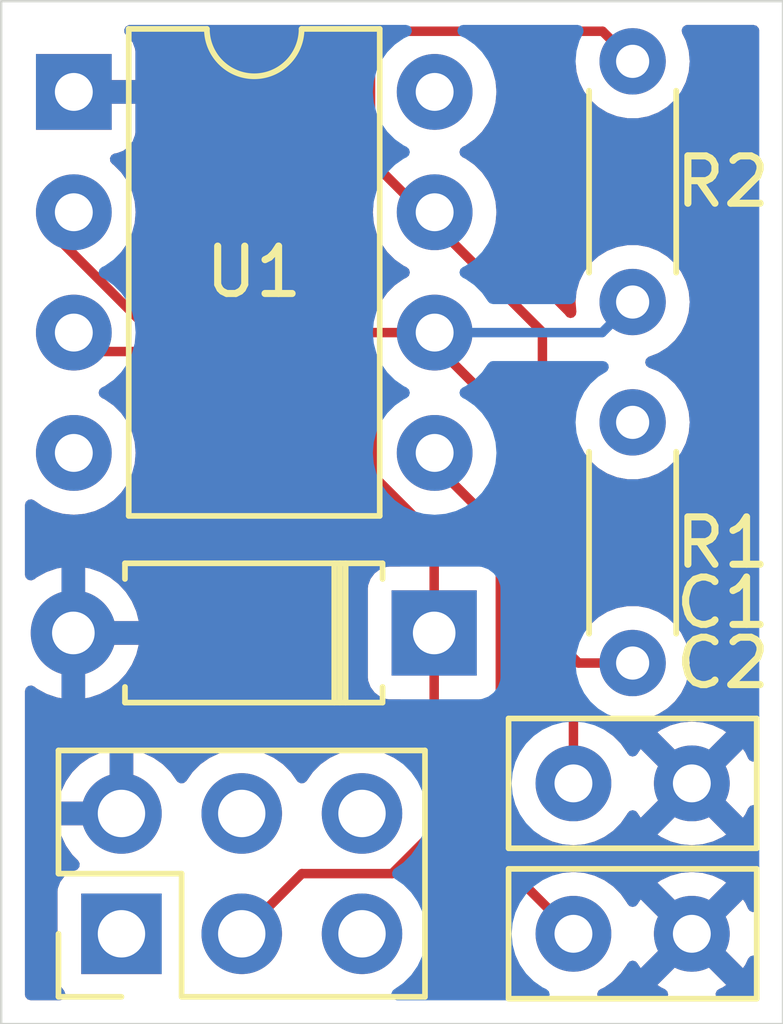
<source format=kicad_pcb>
(kicad_pcb (version 20240108) (generator "pcbnew") (generator_version "8.0")
  (layers (0 "F.Cu" signal) (1 "In1.Cu" signal) (2 "In2.Cu" signal) (3 "In3.Cu" signal) (4 "In4.Cu" signal) (31 "B.Cu" signal) (34 "B.Paste" user) (35 "F.Paste" user) (36 "B.SilkS" user "B.Silkscreen") (37 "F.SilkS" user "F.Silkscreen") (38 "B.Mask" user) (39 "F.Mask" user) (44 "Edge.Cuts" user))
  (net 0 "")
  (net 4 "CNTR_CLK")
  (net 5 "GND")
  (net 6 "+5V")
  (net 7 "Net-(U1-THR)")
  (net 8 "Net-(U1-CV)")
  (net 9 "Net-(U1-DIS)")
  (footprint "Resistor_THT:R_Axial_DIN0204_L3.6mm_D1.6mm_P5.08mm_Horizontal" (layer "F.Cu") (at 140.335 42.545 -90)
    (property "Reference" "R2" (at 2.54 -1.905 180) (layer "F.SilkS"))
    (property "Value" "R")
    (fp_line (start 0.62 0.92) (end 4.46 0.92) (stroke (width 0.12)) (layer "F.SilkS"))
    (fp_line (start 0.62 -0.92) (end 4.46 -0.92) (stroke (width 0.12)) (layer "F.SilkS"))
    (pad "1" thru_hole circle (at 0 0 270) (size 1.4 1.4) (drill 0.7) (layers "*.Cu" "*.Mask") (net 9 "Net-(U1-DIS)"))
    (pad "2" thru_hole oval (at 5.08 0 270) (size 1.4 1.4) (drill 0.7) (layers "*.Cu" "*.Mask") (net 7 "Net-(U1-THR)"))
  )
  (footprint "Diode_THT:D_A-405_P7.62mm_Horizontal" (layer "F.Cu") (at 136.144 54.61 180)
    (property "Reference" "D1" (hide yes))
    (property "Value" "D_Zener" (hide yes))
    (fp_line (start 6.53 1.47) (end 6.53 1.14) (stroke (width 0.12)) (layer "F.SilkS"))
    (fp_line (start 6.53 -1.47) (end 6.53 -1.14) (stroke (width 0.12)) (layer "F.SilkS"))
    (fp_line (start 2.11 -1.47) (end 2.11 1.47) (stroke (width 0.12)) (layer "F.SilkS"))
    (fp_line (start 1.99 -1.47) (end 1.99 1.47) (stroke (width 0.12)) (layer "F.SilkS"))
    (fp_line (start 1.87 -1.47) (end 1.87 1.47) (stroke (width 0.12)) (layer "F.SilkS"))
    (fp_line (start 1.09 1.47) (end 6.53 1.47) (stroke (width 0.12)) (layer "F.SilkS"))
    (fp_line (start 1.09 1.14) (end 1.09 1.47) (stroke (width 0.12)) (layer "F.SilkS"))
    (fp_line (start 1.09 -1.14) (end 1.09 -1.47) (stroke (width 0.12)) (layer "F.SilkS"))
    (fp_line (start 1.09 -1.47) (end 6.53 -1.47) (stroke (width 0.12)) (layer "F.SilkS"))
    (pad "1" thru_hole rect (at 0 0 180) (size 1.8 1.8) (drill 0.9) (layers "*.Cu" "*.Mask") (net 4 "CNTR_CLK"))
    (pad "2" thru_hole oval (at 7.62 0 180) (size 1.8 1.8) (drill 0.9) (layers "*.Cu" "*.Mask") (net 5 "GND"))
  )
  (footprint "Capacitor_THT:C_Disc_D5.0mm_W2.5mm_P2.50mm" (layer "F.Cu") (at 139.085 57.785)
    (property "Reference" "C1" (at 3.155 -3.81 0) (layer "F.SilkS"))
    (property "Value" "C" (hide yes))
    (fp_line (start -1.37 -1.37) (end -1.37 1.37) (stroke (width 0.12)) (layer "F.SilkS"))
    (fp_line (start -1.37 -1.37) (end 3.87 -1.37) (stroke (width 0.12)) (layer "F.SilkS"))
    (fp_line (start -1.37 1.37) (end 3.87 1.37) (stroke (width 0.12)) (layer "F.SilkS"))
    (fp_line (start 3.87 -1.37) (end 3.87 1.37) (stroke (width 0.12)) (layer "F.SilkS"))
    (pad "1" thru_hole circle (at 0 0) (size 1.6 1.6) (drill 0.8) (layers "*.Cu" "*.Mask") (net 7 "Net-(U1-THR)"))
    (pad "2" thru_hole circle (at 2.5 0) (size 1.6 1.6) (drill 0.8) (layers "*.Cu" "*.Mask") (net 5 "GND"))
  )
  (footprint "Package_DIP:DIP-8_W7.62mm" (layer "F.Cu") (at 128.534 43.19)
    (property "Reference" "U1" (at 3.8 3.8 0) (layer "F.SilkS"))
    (property "Value" "NE555P" (hide yes))
    (fp_line (start 1.16 -1.33) (end 1.16 8.95) (stroke (width 0.12)) (layer "F.SilkS"))
    (fp_line (start 1.16 8.95) (end 6.46 8.95) (stroke (width 0.12)) (layer "F.SilkS"))
    (fp_line (start 2.81 -1.33) (end 1.16 -1.33) (stroke (width 0.12)) (layer "F.SilkS"))
    (fp_line (start 6.46 -1.33) (end 4.81 -1.33) (stroke (width 0.12)) (layer "F.SilkS"))
    (fp_line (start 6.46 8.95) (end 6.46 -1.33) (stroke (width 0.12)) (layer "F.SilkS"))
    (fp_arc (start 4.81 -1.33) (mid 3.81 -0.33) (end 2.81 -1.33) (stroke (width 0.12)) (layer "F.SilkS"))
    (pad "1" thru_hole rect (at 0 0) (size 1.6 1.6) (drill 0.8) (layers "*.Cu" "*.Mask") (net 5 "GND"))
    (pad "2" thru_hole oval (at 0 2.54) (size 1.6 1.6) (drill 0.8) (layers "*.Cu" "*.Mask") (net 7 "Net-(U1-THR)"))
    (pad "3" thru_hole oval (at 0 5.08) (size 1.6 1.6) (drill 0.8) (layers "*.Cu" "*.Mask") (net 4 "CNTR_CLK"))
    (pad "4" thru_hole oval (at 0 7.62) (size 1.6 1.6) (drill 0.8) (layers "*.Cu" "*.Mask") (net 6 "+5V"))
    (pad "5" thru_hole oval (at 7.62 7.62) (size 1.6 1.6) (drill 0.8) (layers "*.Cu" "*.Mask") (net 8 "Net-(U1-CV)"))
    (pad "6" thru_hole oval (at 7.62 5.08) (size 1.6 1.6) (drill 0.8) (layers "*.Cu" "*.Mask") (net 7 "Net-(U1-THR)"))
    (pad "7" thru_hole oval (at 7.62 2.54) (size 1.6 1.6) (drill 0.8) (layers "*.Cu" "*.Mask") (net 9 "Net-(U1-DIS)"))
    (pad "8" thru_hole oval (at 7.62 0) (size 1.6 1.6) (drill 0.8) (layers "*.Cu" "*.Mask") (net 6 "+5V"))
  )
  (footprint "Connector_PinHeader_2.54mm:PinHeader_2x03_P2.54mm_Vertical" (layer "F.Cu") (at 129.54 60.96 90)
    (property "Reference" "J2" (hide yes))
    (property "Value" "Conn_01x06_Pin" (hide yes))
    (fp_line (start 3.87 -1.33) (end 3.87 6.41) (stroke (width 0.12)) (layer "F.SilkS"))
    (fp_line (start 1.27 -1.33) (end 3.87 -1.33) (stroke (width 0.12)) (layer "F.SilkS"))
    (fp_line (start -1.33 -1.33) (end 0 -1.33) (stroke (width 0.12)) (layer "F.SilkS"))
    (fp_line (start -1.33 0) (end -1.33 -1.33) (stroke (width 0.12)) (layer "F.SilkS"))
    (fp_line (start 1.27 1.27) (end 1.27 -1.33) (stroke (width 0.12)) (layer "F.SilkS"))
    (fp_line (start -1.33 1.27) (end 1.27 1.27) (stroke (width 0.12)) (layer "F.SilkS"))
    (fp_line (start -1.33 1.27) (end -1.33 6.41) (stroke (width 0.12)) (layer "F.SilkS"))
    (fp_line (start -1.33 6.41) (end 3.87 6.41) (stroke (width 0.12)) (layer "F.SilkS"))
    (pad "1" thru_hole rect (at 0 0 90) (size 1.7 1.7) (drill 1) (layers "*.Cu" "*.Mask") (net 6 "+5V"))
    (pad "2" thru_hole oval (at 2.54 0 90) (size 1.7 1.7) (drill 1) (layers "*.Cu" "*.Mask") (net 5 "GND"))
    (pad "3" thru_hole oval (at 0 2.54 90) (size 1.7 1.7) (drill 1) (layers "*.Cu" "*.Mask") (net 4 "CNTR_CLK"))
    (pad "4" thru_hole oval (at 2.54 2.54 90) (size 1.7 1.7) (drill 1) (layers "*.Cu" "*.Mask"))
    (pad "5" thru_hole oval (at 0 5.08 90) (size 1.7 1.7) (drill 1) (layers "*.Cu" "*.Mask"))
    (pad "6" thru_hole oval (at 2.54 5.08 90) (size 1.7 1.7) (drill 1) (layers "*.Cu" "*.Mask"))
  )
  (footprint "Resistor_THT:R_Axial_DIN0204_L3.6mm_D1.6mm_P5.08mm_Horizontal" (layer "F.Cu") (at 140.335 50.165 -90)
    (property "Reference" "R1" (at 2.54 -1.905 180) (layer "F.SilkS"))
    (property "Value" "R")
    (fp_line (start 0.62 0.92) (end 4.46 0.92) (stroke (width 0.12)) (layer "F.SilkS"))
    (fp_line (start 0.62 -0.92) (end 4.46 -0.92) (stroke (width 0.12)) (layer "F.SilkS"))
    (pad "1" thru_hole circle (at 0 0 270) (size 1.4 1.4) (drill 0.7) (layers "*.Cu" "*.Mask") (net 6 "+5V"))
    (pad "2" thru_hole oval (at 5.08 0 270) (size 1.4 1.4) (drill 0.7) (layers "*.Cu" "*.Mask") (net 9 "Net-(U1-DIS)"))
  )
  (footprint "Capacitor_THT:C_Disc_D5.0mm_W2.5mm_P2.50mm" (layer "F.Cu") (at 141.585 60.96 180)
    (property "Reference" "C2" (at -0.655 5.715 180) (layer "F.SilkS"))
    (property "Value" "C" (hide yes))
    (fp_line (start 3.87 -1.37) (end 3.87 1.37) (stroke (width 0.12)) (layer "F.SilkS"))
    (fp_line (start -1.37 1.37) (end 3.87 1.37) (stroke (width 0.12)) (layer "F.SilkS"))
    (fp_line (start -1.37 -1.37) (end 3.87 -1.37) (stroke (width 0.12)) (layer "F.SilkS"))
    (fp_line (start -1.37 -1.37) (end -1.37 1.37) (stroke (width 0.12)) (layer "F.SilkS"))
    (pad "1" thru_hole circle (at 0 0 180) (size 1.6 1.6) (drill 0.8) (layers "*.Cu" "*.Mask") (net 5 "GND"))
    (pad "2" thru_hole circle (at 2.5 0 180) (size 1.6 1.6) (drill 0.8) (layers "*.Cu" "*.Mask") (net 8 "Net-(U1-CV)"))
  )
  (gr_rect (start 127 41.275) (end 143.51 62.865) (stroke (width 0.05)) (fill none) (layer "Edge.Cuts"))
  (segment (start 135.255 59.69) (end 133.35 59.69) (width 0.2) (layer "F.Cu") (net 4))
  (segment (start 136.144 52.578) (end 136.144 58.801) (width 0.2) (layer "F.Cu") (net 4))
  (segment (start 134.874 49.784) (end 134.874 51.308) (width 0.2) (layer "F.Cu") (net 4))
  (segment (start 128.68 48.67) (end 133.76 48.67) (width 0.2) (layer "F.Cu") (net 4))
  (segment (start 128.28 48.27) (end 128.68 48.67) (width 0.2) (layer "F.Cu") (net 4))
  (segment (start 136.144 58.801) (end 135.255 59.69) (width 0.2) (layer "F.Cu") (net 4))
  (segment (start 133.76 48.67) (end 134.874 49.784) (width 0.2) (layer "F.Cu") (net 4))
  (segment (start 134.874 51.308) (end 136.144 52.578) (width 0.2) (layer "F.Cu") (net 4))
  (segment (start 133.35 59.69) (end 132.08 60.96) (width 0.2) (layer "F.Cu") (net 4))
  (segment (start 138.03 54.648685) (end 139.085 55.703686) (width 0.2) (layer "F.Cu") (net 7))
  (segment (start 133.35 48.26) (end 133.36 48.27) (width 0.2) (layer "F.Cu") (net 7))
  (segment (start 128.28 45.73) (end 128.28 46.365) (width 0.2) (layer "F.Cu") (net 7))
  (segment (start 139.085 55.703686) (end 139.085 57.785) (width 0.2) (layer "F.Cu") (net 7))
  (segment (start 133.36 48.27) (end 135.9 48.27) (width 0.2) (layer "F.Cu") (net 7))
  (segment (start 135.9 48.27) (end 138.03 50.4) (width 0.2) (layer "F.Cu") (net 7))
  (segment (start 130.175 48.26) (end 133.35 48.26) (width 0.2) (layer "F.Cu") (net 7))
  (segment (start 128.28 46.365) (end 130.175 48.26) (width 0.2) (layer "F.Cu") (net 7))
  (segment (start 138.03 50.4) (end 138.03 54.648685) (width 0.2) (layer "F.Cu") (net 7))
  (segment (start 135.9 48.27) (end 139.69 48.27) (width 0.2) (layer "B.Cu") (net 7))
  (segment (start 139.69 48.27) (end 140.335 47.625) (width 0.2) (layer "B.Cu") (net 7))
  (segment (start 137.541 52.451) (end 135.9 50.81) (width 0.2) (layer "F.Cu") (net 8))
  (segment (start 139.085 60.96) (end 137.541 59.416) (width 0.2) (layer "F.Cu") (net 8))
  (segment (start 137.541 59.416) (end 137.541 52.451) (width 0.2) (layer "F.Cu") (net 8))
  (segment (start 140.335 55.245) (end 139.192 55.245) (width 0.2) (layer "F.Cu") (net 9))
  (segment (start 134.8 44.63) (end 134.8 42.365) (width 0.2) (layer "F.Cu") (net 9))
  (segment (start 139.192 55.245) (end 138.43 54.483) (width 0.2) (layer "F.Cu") (net 9))
  (segment (start 138.43 48.26) (end 134.8 44.63) (width 0.2) (layer "F.Cu") (net 9))
  (segment (start 139.7 41.91) (end 140.335 42.545) (width 0.2) (layer "F.Cu") (net 9))
  (segment (start 138.43 54.483) (end 138.43 48.26) (width 0.2) (layer "F.Cu") (net 9))
  (segment (start 134.8 42.365) (end 135.255 41.91) (width 0.2) (layer "F.Cu") (net 9))
  (segment (start 135.255 41.91) (end 139.7 41.91) (width 0.2) (layer "F.Cu") (net 9))
  (zone (net 5) (net_name "GND") (layer "F.Cu") (connect_pads (clearance 0.5)) (min_thickness 0.25) (fill yes (thermal_gap 0.5) (thermal_bridge_width 0.5))
    (polygon (pts (xy 127 41.275) (xy 143.51 41.275) (xy 143.51 62.865) (xy 127 62.865)))
  )
  (zone (net 5) (net_name "GND") (layer "B.Cu") (connect_pads (clearance 0.5)) (min_thickness 0.25) (fill yes (thermal_gap 0.5) (thermal_bridge_width 0.5))
    (polygon (pts (xy 127 41.275) (xy 143.51 41.275) (xy 143.51 62.865) (xy 127 62.865)))
  )
)
</source>
